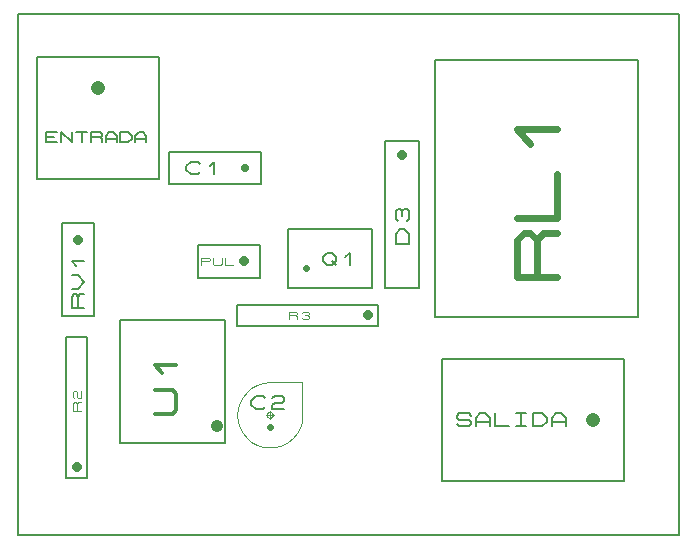
<source format=gbr>
G04 PROTEUS RS274X GERBER FILE*
%FSLAX45Y45*%
%MOMM*%
G01*
%ADD17C,0.203200*%
%ADD28C,1.219200*%
%ADD29C,0.139330*%
%ADD72C,0.711200*%
%ADD73C,0.177800*%
%ADD30C,0.812800*%
%ADD31C,0.110060*%
%ADD19C,1.016000*%
%ADD32C,0.305810*%
%ADD33C,0.050000*%
%ADD34C,0.609600*%
%ADD35C,0.168480*%
%ADD36C,0.186690*%
%ADD37C,0.557730*%
%ADD38C,0.178640*%
D17*
X-4676140Y+1308100D02*
X-3639820Y+1308100D01*
X-3639820Y+2344420D01*
X-4676140Y+2344420D01*
X-4676140Y+1308100D01*
D28*
X-4157980Y+2080260D02*
X-4157980Y+2080260D01*
D29*
X-4502838Y+1621899D02*
X-4596890Y+1621899D01*
X-4596890Y+1705501D01*
X-4502838Y+1705501D01*
X-4596890Y+1663700D02*
X-4534189Y+1663700D01*
X-4471487Y+1621899D02*
X-4471487Y+1705501D01*
X-4377435Y+1621899D01*
X-4377435Y+1705501D01*
X-4346084Y+1705501D02*
X-4252032Y+1705501D01*
X-4299058Y+1705501D02*
X-4299058Y+1621899D01*
X-4220681Y+1621899D02*
X-4220681Y+1705501D01*
X-4142305Y+1705501D01*
X-4126629Y+1691567D01*
X-4126629Y+1677634D01*
X-4142305Y+1663700D01*
X-4220681Y+1663700D01*
X-4142305Y+1663700D02*
X-4126629Y+1649766D01*
X-4126629Y+1621899D01*
X-4095278Y+1621899D02*
X-4095278Y+1677634D01*
X-4063928Y+1705501D01*
X-4032577Y+1705501D01*
X-4001226Y+1677634D01*
X-4001226Y+1621899D01*
X-4095278Y+1649766D02*
X-4001226Y+1649766D01*
X-3969875Y+1621899D02*
X-3969875Y+1705501D01*
X-3907174Y+1705501D01*
X-3875823Y+1677634D01*
X-3875823Y+1649766D01*
X-3907174Y+1621899D01*
X-3969875Y+1621899D01*
X-3844472Y+1621899D02*
X-3844472Y+1677634D01*
X-3813122Y+1705501D01*
X-3781771Y+1705501D01*
X-3750420Y+1677634D01*
X-3750420Y+1621899D01*
X-3844472Y+1649766D02*
X-3750420Y+1649766D01*
D17*
X-3559080Y+1267460D02*
X-2776760Y+1267460D01*
X-2776760Y+1541780D01*
X-3559080Y+1541780D01*
X-3559080Y+1267460D01*
D72*
X-2913920Y+1404620D02*
X-2913920Y+1404620D01*
D73*
X-3294285Y+1369060D02*
X-3314288Y+1351280D01*
X-3374295Y+1351280D01*
X-3414300Y+1386840D01*
X-3414300Y+1422400D01*
X-3374295Y+1457960D01*
X-3314288Y+1457960D01*
X-3294285Y+1440180D01*
X-3214275Y+1422400D02*
X-3174270Y+1457960D01*
X-3174270Y+1351280D01*
D17*
X-3312160Y+474980D02*
X-2783840Y+474980D01*
X-2783840Y+749300D01*
X-3312160Y+749300D01*
X-3312160Y+474980D01*
D30*
X-2921000Y+612140D02*
X-2921000Y+612140D01*
D31*
X-3285488Y+579120D02*
X-3285488Y+645159D01*
X-3223577Y+645159D01*
X-3211194Y+634153D01*
X-3211194Y+623146D01*
X-3223577Y+612140D01*
X-3285488Y+612140D01*
X-3186429Y+645159D02*
X-3186429Y+590126D01*
X-3174047Y+579120D01*
X-3124518Y+579120D01*
X-3112135Y+590126D01*
X-3112135Y+645159D01*
X-3087370Y+645159D02*
X-3087370Y+579120D01*
X-3013076Y+579120D01*
D17*
X-3975100Y-922020D02*
X-3086100Y-922020D01*
X-3086100Y+114300D01*
X-3975100Y+114300D01*
X-3975100Y-922020D01*
D19*
X-3149600Y-784860D02*
X-3149600Y-784860D01*
D32*
X-3679494Y-679094D02*
X-3526586Y-679094D01*
X-3496005Y-644690D01*
X-3496005Y-507073D01*
X-3526586Y-472669D01*
X-3679494Y-472669D01*
X-3618331Y-335052D02*
X-3679494Y-266243D01*
X-3496005Y-266243D01*
D17*
X-4465320Y+152400D02*
X-4191000Y+152400D01*
X-4191000Y+934720D01*
X-4465320Y+934720D01*
X-4465320Y+152400D01*
D30*
X-4328160Y+797560D02*
X-4328160Y+797560D01*
D73*
X-4274820Y+214630D02*
X-4381500Y+214630D01*
X-4381500Y+314642D01*
X-4363720Y+334645D01*
X-4345940Y+334645D01*
X-4328160Y+314642D01*
X-4328160Y+214630D01*
X-4328160Y+314642D02*
X-4310380Y+334645D01*
X-4274820Y+334645D01*
X-4381500Y+374650D02*
X-4328160Y+374650D01*
X-4274820Y+434657D01*
X-4328160Y+494665D01*
X-4381500Y+494665D01*
X-4345940Y+574675D02*
X-4381500Y+614680D01*
X-4274820Y+614680D01*
D17*
X-4427220Y-1219200D02*
X-4249420Y-1219200D01*
X-4249420Y-25400D01*
X-4427220Y-25400D01*
X-4427220Y-1219200D01*
D30*
X-4338320Y-1130300D02*
X-4338320Y-1130300D01*
D31*
X-4305249Y-656742D02*
X-4371390Y-656742D01*
X-4371390Y-594735D01*
X-4360367Y-582333D01*
X-4349343Y-582333D01*
X-4338320Y-594735D01*
X-4338320Y-656742D01*
X-4338320Y-594735D02*
X-4327296Y-582333D01*
X-4305249Y-582333D01*
X-4360367Y-545129D02*
X-4371390Y-532727D01*
X-4371390Y-495523D01*
X-4360367Y-483121D01*
X-4349343Y-483121D01*
X-4338320Y-495523D01*
X-4338320Y-532727D01*
X-4327296Y-545129D01*
X-4305249Y-545129D01*
X-4305249Y-483121D01*
D33*
X-2680100Y-687400D02*
X-2680186Y-685324D01*
X-2680888Y-681171D01*
X-2682358Y-677018D01*
X-2684760Y-672865D01*
X-2688433Y-668766D01*
X-2692586Y-665757D01*
X-2696739Y-663840D01*
X-2700892Y-662757D01*
X-2705045Y-662400D01*
X-2705100Y-662400D01*
X-2730100Y-687400D02*
X-2730014Y-685324D01*
X-2729312Y-681171D01*
X-2727842Y-677018D01*
X-2725440Y-672865D01*
X-2721767Y-668766D01*
X-2717614Y-665757D01*
X-2713461Y-663840D01*
X-2709308Y-662757D01*
X-2705155Y-662400D01*
X-2705100Y-662400D01*
X-2730100Y-687400D02*
X-2730014Y-689476D01*
X-2729312Y-693629D01*
X-2727842Y-697782D01*
X-2725440Y-701935D01*
X-2721767Y-706034D01*
X-2717614Y-709043D01*
X-2713461Y-710960D01*
X-2709308Y-712043D01*
X-2705155Y-712400D01*
X-2705100Y-712400D01*
X-2680100Y-687400D02*
X-2680186Y-689476D01*
X-2680888Y-693629D01*
X-2682358Y-697782D01*
X-2684760Y-701935D01*
X-2688433Y-706034D01*
X-2692586Y-709043D01*
X-2696739Y-710960D01*
X-2700892Y-712043D01*
X-2705045Y-712400D01*
X-2705100Y-712400D01*
X-2705100Y-722400D02*
X-2705100Y-652400D01*
X-2670100Y-687400D02*
X-2740100Y-687400D01*
X-2430100Y-412400D02*
X-2705100Y-412400D01*
X-2761328Y-417872D01*
X-2813327Y-433616D01*
X-2860090Y-458625D01*
X-2900608Y-491892D01*
X-2933875Y-532411D01*
X-2958884Y-579173D01*
X-2974628Y-631172D01*
X-2980100Y-687400D01*
X-2974628Y-743628D01*
X-2958884Y-795627D01*
X-2933875Y-842389D01*
X-2900608Y-882908D01*
X-2860090Y-916175D01*
X-2813327Y-941184D01*
X-2761328Y-956928D01*
X-2705100Y-962400D01*
X-2648872Y-956928D01*
X-2596873Y-941184D01*
X-2550110Y-916175D01*
X-2509592Y-882908D01*
X-2476325Y-842389D01*
X-2451316Y-795627D01*
X-2435572Y-743628D01*
X-2430100Y-687400D01*
X-2430100Y-412400D01*
D34*
X-2705100Y-787400D02*
X-2705100Y-787400D01*
D73*
X-2745201Y-619056D02*
X-2765252Y-636878D01*
X-2825403Y-636878D01*
X-2865503Y-601233D01*
X-2865503Y-565588D01*
X-2825403Y-529943D01*
X-2765252Y-529943D01*
X-2745201Y-547765D01*
X-2685050Y-547765D02*
X-2665000Y-529943D01*
X-2604849Y-529943D01*
X-2584798Y-547765D01*
X-2584798Y-565588D01*
X-2604849Y-583410D01*
X-2665000Y-583410D01*
X-2685050Y-601233D01*
X-2685050Y-636878D01*
X-2584798Y-636878D01*
D17*
X-2979420Y+66040D02*
X-1785620Y+66040D01*
X-1785620Y+243840D01*
X-2979420Y+243840D01*
X-2979420Y+66040D01*
D30*
X-1874520Y+154940D02*
X-1874520Y+154940D01*
D31*
X-2546502Y+121869D02*
X-2546502Y+188010D01*
X-2484495Y+188010D01*
X-2472093Y+176987D01*
X-2472093Y+165963D01*
X-2484495Y+154940D01*
X-2546502Y+154940D01*
X-2484495Y+154940D02*
X-2472093Y+143916D01*
X-2472093Y+121869D01*
X-2434889Y+176987D02*
X-2422487Y+188010D01*
X-2385283Y+188010D01*
X-2372881Y+176987D01*
X-2372881Y+165963D01*
X-2385283Y+154940D01*
X-2372881Y+143916D01*
X-2372881Y+132892D01*
X-2385283Y+121869D01*
X-2422487Y+121869D01*
X-2434889Y+132892D01*
X-2410086Y+154940D02*
X-2385283Y+154940D01*
D17*
X-2547620Y+383540D02*
X-1841500Y+383540D01*
X-1841500Y+886460D01*
X-2547620Y+886460D01*
X-2547620Y+383540D01*
D34*
X-2397760Y+558800D02*
X-2397760Y+558800D01*
D35*
X-2256027Y+651848D02*
X-2218118Y+685545D01*
X-2180209Y+685545D01*
X-2142300Y+651848D01*
X-2142300Y+618151D01*
X-2180209Y+584454D01*
X-2218118Y+584454D01*
X-2256027Y+618151D01*
X-2256027Y+651848D01*
X-2180209Y+618151D02*
X-2142300Y+584454D01*
X-2066481Y+651848D02*
X-2028572Y+685545D01*
X-2028572Y+584454D01*
D17*
X-1727200Y+386080D02*
X-1440180Y+386080D01*
X-1440180Y+1630680D01*
X-1727200Y+1630680D01*
X-1727200Y+386080D01*
D30*
X-1584960Y+1516380D02*
X-1584960Y+1516380D01*
D36*
X-1527683Y+762889D02*
X-1639697Y+762889D01*
X-1639697Y+846899D01*
X-1602359Y+888904D01*
X-1565021Y+888904D01*
X-1527683Y+846899D01*
X-1527683Y+762889D01*
X-1621028Y+951912D02*
X-1639697Y+972915D01*
X-1639697Y+1035923D01*
X-1621028Y+1056925D01*
X-1602359Y+1056925D01*
X-1583690Y+1035923D01*
X-1565021Y+1056925D01*
X-1546352Y+1056925D01*
X-1527683Y+1035923D01*
X-1527683Y+972915D01*
X-1546352Y+951912D01*
X-1583690Y+993917D02*
X-1583690Y+1035923D01*
D17*
X-1304960Y+144840D02*
X+415360Y+144840D01*
X+415360Y+2315160D01*
X-1304960Y+2315160D01*
X-1304960Y+144840D01*
D37*
X-277480Y+477062D02*
X-612120Y+477062D01*
X-612120Y+790786D01*
X-556347Y+853531D01*
X-500573Y+853531D01*
X-444800Y+790786D01*
X-444800Y+477062D01*
X-444800Y+790786D02*
X-389027Y+853531D01*
X-277480Y+853531D01*
X-612120Y+979021D02*
X-277480Y+979021D01*
X-277480Y+1355490D01*
X-500573Y+1606469D02*
X-612120Y+1731959D01*
X-277480Y+1731959D01*
D17*
X-1249680Y-1247140D02*
X+294640Y-1247140D01*
X+294640Y-210820D01*
X-1249680Y-210820D01*
X-1249680Y-1247140D01*
D28*
X+30480Y-728980D02*
X+30480Y-728980D01*
D38*
X-1122423Y-764710D02*
X-1102326Y-782574D01*
X-1021935Y-782574D01*
X-1001838Y-764710D01*
X-1001838Y-746845D01*
X-1021935Y-728980D01*
X-1102326Y-728980D01*
X-1122423Y-711116D01*
X-1122423Y-693251D01*
X-1102326Y-675387D01*
X-1021935Y-675387D01*
X-1001838Y-693251D01*
X-961642Y-782574D02*
X-961642Y-711116D01*
X-921447Y-675387D01*
X-881252Y-675387D01*
X-841057Y-711116D01*
X-841057Y-782574D01*
X-961642Y-746845D02*
X-841057Y-746845D01*
X-800861Y-675387D02*
X-800861Y-782574D01*
X-680276Y-782574D01*
X-619983Y-675387D02*
X-539592Y-675387D01*
X-579788Y-675387D02*
X-579788Y-782574D01*
X-619983Y-782574D02*
X-539592Y-782574D01*
X-479299Y-782574D02*
X-479299Y-675387D01*
X-398909Y-675387D01*
X-358714Y-711116D01*
X-358714Y-746845D01*
X-398909Y-782574D01*
X-479299Y-782574D01*
X-318518Y-782574D02*
X-318518Y-711116D01*
X-278323Y-675387D01*
X-238128Y-675387D01*
X-197933Y-711116D01*
X-197933Y-782574D01*
X-318518Y-746845D02*
X-197933Y-746845D01*
D17*
X-4838700Y-1701800D02*
X+759460Y-1701800D01*
X+759460Y+2705100D01*
X-4838700Y+2705100D01*
X-4838700Y-1701800D01*
M02*

</source>
